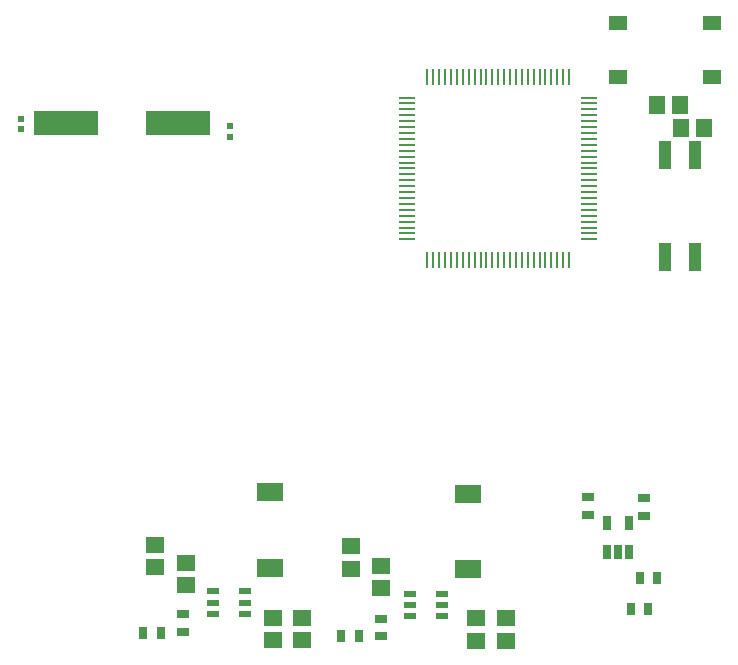
<source format=gtp>
G04*
G04 #@! TF.GenerationSoftware,Altium Limited,Altium Designer,24.7.2 (38)*
G04*
G04 Layer_Color=8421504*
%FSLAX25Y25*%
%MOIN*%
G70*
G04*
G04 #@! TF.SameCoordinates,17647D21-3567-4D15-9BF9-88849ECC23B8*
G04*
G04*
G04 #@! TF.FilePolarity,Positive*
G04*
G01*
G75*
%ADD15R,0.05800X0.01100*%
%ADD16R,0.01100X0.05800*%
%ADD17R,0.08661X0.06299*%
%ADD18R,0.06102X0.05118*%
%ADD19R,0.05906X0.05512*%
%ADD20R,0.03150X0.03937*%
%ADD21R,0.04449X0.09606*%
%ADD22R,0.05512X0.05906*%
%ADD23R,0.03937X0.03150*%
%ADD24R,0.21654X0.07874*%
%ADD25R,0.02756X0.05118*%
%ADD26R,0.03850X0.02200*%
%ADD27R,0.02441X0.02362*%
D15*
X320600Y343622D02*
D03*
Y341653D02*
D03*
Y339685D02*
D03*
Y337717D02*
D03*
Y335748D02*
D03*
Y333780D02*
D03*
Y331811D02*
D03*
Y329842D02*
D03*
Y327874D02*
D03*
Y325905D02*
D03*
Y323937D02*
D03*
Y321969D02*
D03*
Y320000D02*
D03*
Y318032D02*
D03*
Y316063D02*
D03*
Y314094D02*
D03*
Y312126D02*
D03*
Y310157D02*
D03*
Y308189D02*
D03*
Y306221D02*
D03*
Y304252D02*
D03*
Y302284D02*
D03*
Y300315D02*
D03*
Y298346D02*
D03*
Y296378D02*
D03*
X381400D02*
D03*
Y298346D02*
D03*
Y300315D02*
D03*
Y302284D02*
D03*
Y304252D02*
D03*
Y306221D02*
D03*
Y308189D02*
D03*
Y310157D02*
D03*
Y312126D02*
D03*
Y314094D02*
D03*
Y316063D02*
D03*
Y318032D02*
D03*
Y320000D02*
D03*
Y321969D02*
D03*
Y323937D02*
D03*
Y325905D02*
D03*
Y327874D02*
D03*
Y329842D02*
D03*
Y331811D02*
D03*
Y333780D02*
D03*
Y335748D02*
D03*
Y337717D02*
D03*
Y339685D02*
D03*
Y341653D02*
D03*
Y343622D02*
D03*
D16*
X327378Y289600D02*
D03*
X329346D02*
D03*
X331315D02*
D03*
X333283D02*
D03*
X335252D02*
D03*
X337221D02*
D03*
X339189D02*
D03*
X341158D02*
D03*
X343126D02*
D03*
X345094D02*
D03*
X347063D02*
D03*
X349031D02*
D03*
X351000D02*
D03*
X352969D02*
D03*
X354937D02*
D03*
X356906D02*
D03*
X358874D02*
D03*
X360842D02*
D03*
X362811D02*
D03*
X364779D02*
D03*
X366748D02*
D03*
X368717D02*
D03*
X370685D02*
D03*
X372654D02*
D03*
X374622D02*
D03*
Y350400D02*
D03*
X372654D02*
D03*
X370685D02*
D03*
X368717D02*
D03*
X366748D02*
D03*
X364779D02*
D03*
X362811D02*
D03*
X360842D02*
D03*
X358874D02*
D03*
X356906D02*
D03*
X354937D02*
D03*
X352969D02*
D03*
X351000D02*
D03*
X349031D02*
D03*
X347063D02*
D03*
X345094D02*
D03*
X343126D02*
D03*
X341158D02*
D03*
X339189D02*
D03*
X337221D02*
D03*
X335252D02*
D03*
X333283D02*
D03*
X331315D02*
D03*
X329346D02*
D03*
X327378D02*
D03*
D17*
X275000Y212098D02*
D03*
Y186902D02*
D03*
X341000Y186402D02*
D03*
Y211598D02*
D03*
D18*
X390850Y368358D02*
D03*
X422150D02*
D03*
X390850Y350642D02*
D03*
X422150D02*
D03*
D19*
X353500Y170000D02*
D03*
Y162520D02*
D03*
X236500Y194500D02*
D03*
Y187020D02*
D03*
X247000Y188500D02*
D03*
Y181020D02*
D03*
X302000Y186520D02*
D03*
Y194000D02*
D03*
X343500Y162520D02*
D03*
Y170000D02*
D03*
X285500Y162760D02*
D03*
Y170240D02*
D03*
X276000Y162760D02*
D03*
Y170240D02*
D03*
X312000Y187480D02*
D03*
Y180000D02*
D03*
D20*
X304450Y164000D02*
D03*
X298545D02*
D03*
X238500Y165000D02*
D03*
X232594D02*
D03*
X395094Y173000D02*
D03*
X401000D02*
D03*
X398095Y183500D02*
D03*
X404000D02*
D03*
D21*
X416500Y324429D02*
D03*
X406500D02*
D03*
X416500Y290571D02*
D03*
X406500D02*
D03*
D22*
X419480Y333500D02*
D03*
X412000D02*
D03*
X404000Y341000D02*
D03*
X411480D02*
D03*
D23*
X381000Y210405D02*
D03*
Y204500D02*
D03*
X399500Y210000D02*
D03*
Y204095D02*
D03*
X246000Y165500D02*
D03*
Y171405D02*
D03*
X311950Y164000D02*
D03*
Y169905D02*
D03*
D24*
X244201Y335000D02*
D03*
X206799D02*
D03*
D25*
X387260Y201724D02*
D03*
X394740D02*
D03*
Y192276D02*
D03*
X391000D02*
D03*
X387260D02*
D03*
D26*
X255750Y179000D02*
D03*
Y175260D02*
D03*
Y171520D02*
D03*
X266500D02*
D03*
Y175260D02*
D03*
Y179000D02*
D03*
X321575Y178240D02*
D03*
Y174500D02*
D03*
Y170760D02*
D03*
X332325D02*
D03*
Y174500D02*
D03*
Y178240D02*
D03*
D27*
X192000Y336622D02*
D03*
Y333000D02*
D03*
X261430Y330378D02*
D03*
Y334000D02*
D03*
M02*

</source>
